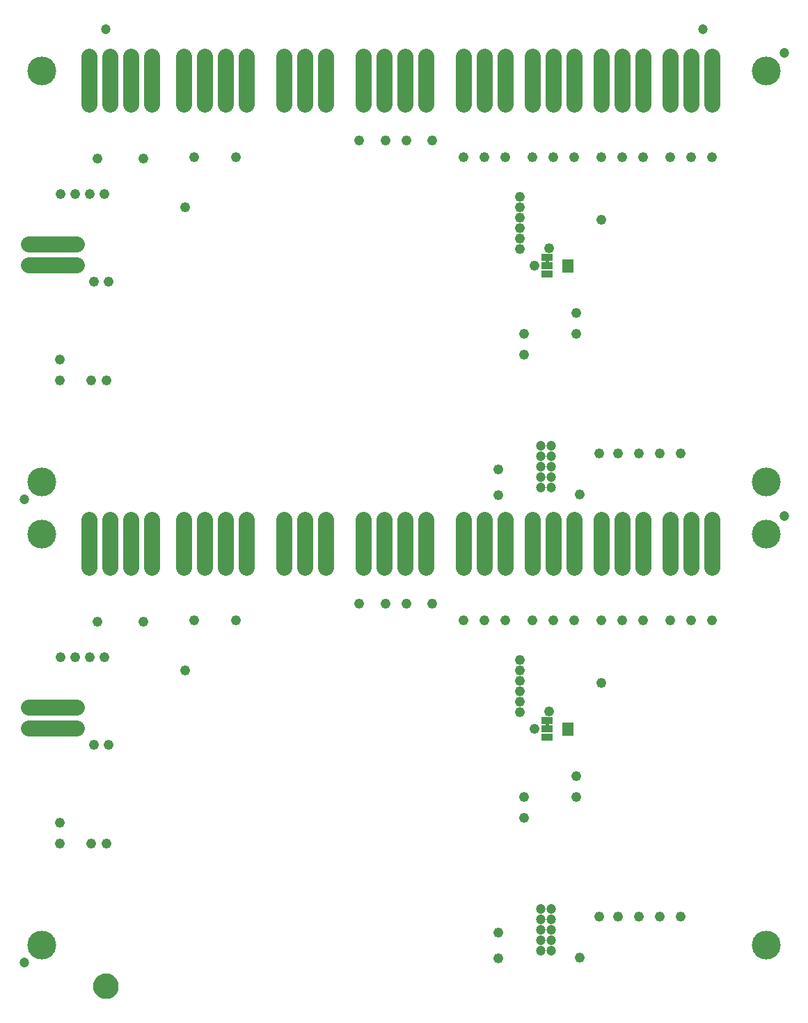
<source format=gbs>
G75*
%MOIN*%
%OFA0B0*%
%FSLAX25Y25*%
%IPPOS*%
%LPD*%
%AMOC8*
5,1,8,0,0,1.08239X$1,22.5*
%
%ADD10R,0.05800X0.03300*%
%ADD11C,0.00500*%
%ADD12C,0.04737*%
%ADD13C,0.07800*%
%ADD14C,0.04800*%
%ADD15C,0.13800*%
%ADD16C,0.05000*%
%ADD17C,0.06706*%
D10*
X0297250Y0139400D03*
X0297250Y0143400D03*
X0297250Y0147400D03*
X0307250Y0145000D03*
X0307250Y0141800D03*
X0297250Y0361400D03*
X0297250Y0365400D03*
X0297250Y0369400D03*
X0307250Y0367000D03*
X0307250Y0363800D03*
D11*
X0297750Y0366650D02*
X0296750Y0366650D01*
X0296750Y0368150D01*
X0297750Y0368150D01*
X0297750Y0366650D01*
X0297750Y0366989D02*
X0296750Y0366989D01*
X0296750Y0367488D02*
X0297750Y0367488D01*
X0297750Y0367986D02*
X0296750Y0367986D01*
X0296750Y0146150D02*
X0296750Y0144650D01*
X0297750Y0144650D01*
X0297750Y0146150D01*
X0296750Y0146150D01*
X0296750Y0146149D02*
X0297750Y0146149D01*
X0297750Y0145650D02*
X0296750Y0145650D01*
X0296750Y0145152D02*
X0297750Y0145152D01*
X0297750Y0144653D02*
X0296750Y0144653D01*
D12*
X0046750Y0031500D03*
X0046750Y0253500D03*
X0085750Y0478750D03*
X0294000Y0279250D03*
X0294000Y0274250D03*
X0294000Y0269250D03*
X0294000Y0264250D03*
X0294000Y0259250D03*
X0299000Y0259250D03*
X0299000Y0264250D03*
X0299000Y0269250D03*
X0299000Y0274250D03*
X0299000Y0279250D03*
X0410750Y0245500D03*
X0299000Y0057250D03*
X0299000Y0052250D03*
X0299000Y0047250D03*
X0299000Y0042250D03*
X0299000Y0037250D03*
X0294000Y0037250D03*
X0294000Y0042250D03*
X0294000Y0047250D03*
X0294000Y0052250D03*
X0294000Y0057250D03*
X0410750Y0467500D03*
X0371750Y0478750D03*
D13*
X0376250Y0466000D02*
X0376250Y0443000D01*
X0366250Y0443000D02*
X0366250Y0466000D01*
X0356250Y0466000D02*
X0356250Y0443000D01*
X0343250Y0443000D02*
X0343250Y0466000D01*
X0333250Y0466000D02*
X0333250Y0443000D01*
X0323250Y0443000D02*
X0323250Y0466000D01*
X0310250Y0466000D02*
X0310250Y0443000D01*
X0300250Y0443000D02*
X0300250Y0466000D01*
X0290250Y0466000D02*
X0290250Y0443000D01*
X0277250Y0443000D02*
X0277250Y0466000D01*
X0267250Y0466000D02*
X0267250Y0443000D01*
X0257250Y0443000D02*
X0257250Y0466000D01*
X0239250Y0466000D02*
X0239250Y0443000D01*
X0229250Y0443000D02*
X0229250Y0466000D01*
X0219250Y0466000D02*
X0219250Y0443000D01*
X0209250Y0443000D02*
X0209250Y0466000D01*
X0191250Y0466000D02*
X0191250Y0443000D01*
X0181250Y0443000D02*
X0181250Y0466000D01*
X0171250Y0466000D02*
X0171250Y0443000D01*
X0153250Y0443000D02*
X0153250Y0466000D01*
X0143250Y0466000D02*
X0143250Y0443000D01*
X0133250Y0443000D02*
X0133250Y0466000D01*
X0123250Y0466000D02*
X0123250Y0443000D01*
X0107750Y0443000D02*
X0107750Y0466000D01*
X0097750Y0466000D02*
X0097750Y0443000D01*
X0087750Y0443000D02*
X0087750Y0466000D01*
X0077750Y0466000D02*
X0077750Y0443000D01*
X0071750Y0376000D02*
X0048750Y0376000D01*
X0048750Y0366000D02*
X0071750Y0366000D01*
X0077750Y0244000D02*
X0077750Y0221000D01*
X0087750Y0221000D02*
X0087750Y0244000D01*
X0097750Y0244000D02*
X0097750Y0221000D01*
X0107750Y0221000D02*
X0107750Y0244000D01*
X0123250Y0244000D02*
X0123250Y0221000D01*
X0133250Y0221000D02*
X0133250Y0244000D01*
X0143250Y0244000D02*
X0143250Y0221000D01*
X0153250Y0221000D02*
X0153250Y0244000D01*
X0171250Y0244000D02*
X0171250Y0221000D01*
X0181250Y0221000D02*
X0181250Y0244000D01*
X0191250Y0244000D02*
X0191250Y0221000D01*
X0209250Y0221000D02*
X0209250Y0244000D01*
X0219250Y0244000D02*
X0219250Y0221000D01*
X0229250Y0221000D02*
X0229250Y0244000D01*
X0239250Y0244000D02*
X0239250Y0221000D01*
X0257250Y0221000D02*
X0257250Y0244000D01*
X0267250Y0244000D02*
X0267250Y0221000D01*
X0277250Y0221000D02*
X0277250Y0244000D01*
X0290250Y0244000D02*
X0290250Y0221000D01*
X0300250Y0221000D02*
X0300250Y0244000D01*
X0310250Y0244000D02*
X0310250Y0221000D01*
X0323250Y0221000D02*
X0323250Y0244000D01*
X0333250Y0244000D02*
X0333250Y0221000D01*
X0343250Y0221000D02*
X0343250Y0244000D01*
X0356250Y0244000D02*
X0356250Y0221000D01*
X0366250Y0221000D02*
X0366250Y0244000D01*
X0376250Y0244000D02*
X0376250Y0221000D01*
X0071750Y0154000D02*
X0048750Y0154000D01*
X0048750Y0144000D02*
X0071750Y0144000D01*
D14*
X0080250Y0136000D03*
X0087250Y0136000D03*
X0123750Y0171500D03*
X0128250Y0195500D03*
X0148250Y0195500D03*
X0103750Y0195000D03*
X0081750Y0195000D03*
X0078250Y0178000D03*
X0071250Y0178000D03*
X0064250Y0178000D03*
X0085250Y0178000D03*
X0063750Y0098500D03*
X0063750Y0088500D03*
X0078750Y0088500D03*
X0086250Y0088500D03*
X0207250Y0203500D03*
X0219750Y0203500D03*
X0229750Y0203500D03*
X0242250Y0203500D03*
X0257250Y0195500D03*
X0267250Y0195500D03*
X0277250Y0195500D03*
X0290250Y0195500D03*
X0300250Y0195500D03*
X0310250Y0195500D03*
X0323250Y0195500D03*
X0333250Y0195500D03*
X0343250Y0195500D03*
X0356250Y0195500D03*
X0366250Y0195500D03*
X0376250Y0195500D03*
X0323250Y0165500D03*
X0298250Y0152000D03*
X0291250Y0143500D03*
X0284250Y0151500D03*
X0284250Y0156500D03*
X0284250Y0161500D03*
X0284250Y0166500D03*
X0284250Y0171500D03*
X0284250Y0176500D03*
X0311250Y0121000D03*
X0311250Y0111000D03*
X0286250Y0111000D03*
X0286250Y0101000D03*
X0322250Y0053500D03*
X0331250Y0053500D03*
X0341250Y0053500D03*
X0351250Y0053500D03*
X0361250Y0053500D03*
X0312750Y0034000D03*
X0273750Y0033500D03*
X0273750Y0046000D03*
X0273750Y0255500D03*
X0273750Y0268000D03*
X0312750Y0256000D03*
X0322250Y0275500D03*
X0331250Y0275500D03*
X0341250Y0275500D03*
X0351250Y0275500D03*
X0361250Y0275500D03*
X0311250Y0333000D03*
X0311250Y0343000D03*
X0286250Y0333000D03*
X0286250Y0323000D03*
X0291250Y0365500D03*
X0284250Y0373500D03*
X0284250Y0378500D03*
X0284250Y0383500D03*
X0284250Y0388500D03*
X0284250Y0393500D03*
X0284250Y0398500D03*
X0290250Y0417500D03*
X0300250Y0417500D03*
X0310250Y0417500D03*
X0323250Y0417500D03*
X0333250Y0417500D03*
X0343250Y0417500D03*
X0356250Y0417500D03*
X0366250Y0417500D03*
X0376250Y0417500D03*
X0323250Y0387500D03*
X0298250Y0374000D03*
X0277250Y0417500D03*
X0267250Y0417500D03*
X0257250Y0417500D03*
X0242250Y0425500D03*
X0229750Y0425500D03*
X0219750Y0425500D03*
X0207250Y0425500D03*
X0148250Y0417500D03*
X0128250Y0417500D03*
X0123750Y0393500D03*
X0103750Y0417000D03*
X0085250Y0400000D03*
X0078250Y0400000D03*
X0071250Y0400000D03*
X0064250Y0400000D03*
X0081750Y0417000D03*
X0080250Y0358000D03*
X0087250Y0358000D03*
X0063750Y0320500D03*
X0063750Y0310500D03*
X0078750Y0310500D03*
X0086250Y0310500D03*
D15*
X0055250Y0262000D03*
X0055250Y0237000D03*
X0055250Y0040000D03*
X0402250Y0040000D03*
X0402250Y0237000D03*
X0402250Y0262000D03*
X0402250Y0459000D03*
X0055250Y0459000D03*
D16*
X0082185Y0020250D02*
X0082187Y0020369D01*
X0082193Y0020488D01*
X0082203Y0020607D01*
X0082217Y0020725D01*
X0082235Y0020843D01*
X0082256Y0020960D01*
X0082282Y0021076D01*
X0082312Y0021192D01*
X0082345Y0021306D01*
X0082382Y0021419D01*
X0082423Y0021531D01*
X0082468Y0021642D01*
X0082516Y0021751D01*
X0082568Y0021858D01*
X0082624Y0021963D01*
X0082683Y0022067D01*
X0082745Y0022168D01*
X0082811Y0022268D01*
X0082880Y0022365D01*
X0082952Y0022459D01*
X0083028Y0022552D01*
X0083106Y0022641D01*
X0083187Y0022728D01*
X0083272Y0022813D01*
X0083359Y0022894D01*
X0083448Y0022972D01*
X0083541Y0023048D01*
X0083635Y0023120D01*
X0083732Y0023189D01*
X0083832Y0023255D01*
X0083933Y0023317D01*
X0084037Y0023376D01*
X0084142Y0023432D01*
X0084249Y0023484D01*
X0084358Y0023532D01*
X0084469Y0023577D01*
X0084581Y0023618D01*
X0084694Y0023655D01*
X0084808Y0023688D01*
X0084924Y0023718D01*
X0085040Y0023744D01*
X0085157Y0023765D01*
X0085275Y0023783D01*
X0085393Y0023797D01*
X0085512Y0023807D01*
X0085631Y0023813D01*
X0085750Y0023815D01*
X0085869Y0023813D01*
X0085988Y0023807D01*
X0086107Y0023797D01*
X0086225Y0023783D01*
X0086343Y0023765D01*
X0086460Y0023744D01*
X0086576Y0023718D01*
X0086692Y0023688D01*
X0086806Y0023655D01*
X0086919Y0023618D01*
X0087031Y0023577D01*
X0087142Y0023532D01*
X0087251Y0023484D01*
X0087358Y0023432D01*
X0087463Y0023376D01*
X0087567Y0023317D01*
X0087668Y0023255D01*
X0087768Y0023189D01*
X0087865Y0023120D01*
X0087959Y0023048D01*
X0088052Y0022972D01*
X0088141Y0022894D01*
X0088228Y0022813D01*
X0088313Y0022728D01*
X0088394Y0022641D01*
X0088472Y0022552D01*
X0088548Y0022459D01*
X0088620Y0022365D01*
X0088689Y0022268D01*
X0088755Y0022168D01*
X0088817Y0022067D01*
X0088876Y0021963D01*
X0088932Y0021858D01*
X0088984Y0021751D01*
X0089032Y0021642D01*
X0089077Y0021531D01*
X0089118Y0021419D01*
X0089155Y0021306D01*
X0089188Y0021192D01*
X0089218Y0021076D01*
X0089244Y0020960D01*
X0089265Y0020843D01*
X0089283Y0020725D01*
X0089297Y0020607D01*
X0089307Y0020488D01*
X0089313Y0020369D01*
X0089315Y0020250D01*
X0089313Y0020131D01*
X0089307Y0020012D01*
X0089297Y0019893D01*
X0089283Y0019775D01*
X0089265Y0019657D01*
X0089244Y0019540D01*
X0089218Y0019424D01*
X0089188Y0019308D01*
X0089155Y0019194D01*
X0089118Y0019081D01*
X0089077Y0018969D01*
X0089032Y0018858D01*
X0088984Y0018749D01*
X0088932Y0018642D01*
X0088876Y0018537D01*
X0088817Y0018433D01*
X0088755Y0018332D01*
X0088689Y0018232D01*
X0088620Y0018135D01*
X0088548Y0018041D01*
X0088472Y0017948D01*
X0088394Y0017859D01*
X0088313Y0017772D01*
X0088228Y0017687D01*
X0088141Y0017606D01*
X0088052Y0017528D01*
X0087959Y0017452D01*
X0087865Y0017380D01*
X0087768Y0017311D01*
X0087668Y0017245D01*
X0087567Y0017183D01*
X0087463Y0017124D01*
X0087358Y0017068D01*
X0087251Y0017016D01*
X0087142Y0016968D01*
X0087031Y0016923D01*
X0086919Y0016882D01*
X0086806Y0016845D01*
X0086692Y0016812D01*
X0086576Y0016782D01*
X0086460Y0016756D01*
X0086343Y0016735D01*
X0086225Y0016717D01*
X0086107Y0016703D01*
X0085988Y0016693D01*
X0085869Y0016687D01*
X0085750Y0016685D01*
X0085631Y0016687D01*
X0085512Y0016693D01*
X0085393Y0016703D01*
X0085275Y0016717D01*
X0085157Y0016735D01*
X0085040Y0016756D01*
X0084924Y0016782D01*
X0084808Y0016812D01*
X0084694Y0016845D01*
X0084581Y0016882D01*
X0084469Y0016923D01*
X0084358Y0016968D01*
X0084249Y0017016D01*
X0084142Y0017068D01*
X0084037Y0017124D01*
X0083933Y0017183D01*
X0083832Y0017245D01*
X0083732Y0017311D01*
X0083635Y0017380D01*
X0083541Y0017452D01*
X0083448Y0017528D01*
X0083359Y0017606D01*
X0083272Y0017687D01*
X0083187Y0017772D01*
X0083106Y0017859D01*
X0083028Y0017948D01*
X0082952Y0018041D01*
X0082880Y0018135D01*
X0082811Y0018232D01*
X0082745Y0018332D01*
X0082683Y0018433D01*
X0082624Y0018537D01*
X0082568Y0018642D01*
X0082516Y0018749D01*
X0082468Y0018858D01*
X0082423Y0018969D01*
X0082382Y0019081D01*
X0082345Y0019194D01*
X0082312Y0019308D01*
X0082282Y0019424D01*
X0082256Y0019540D01*
X0082235Y0019657D01*
X0082217Y0019775D01*
X0082203Y0019893D01*
X0082193Y0020012D01*
X0082187Y0020131D01*
X0082185Y0020250D01*
D17*
X0085750Y0020250D03*
M02*

</source>
